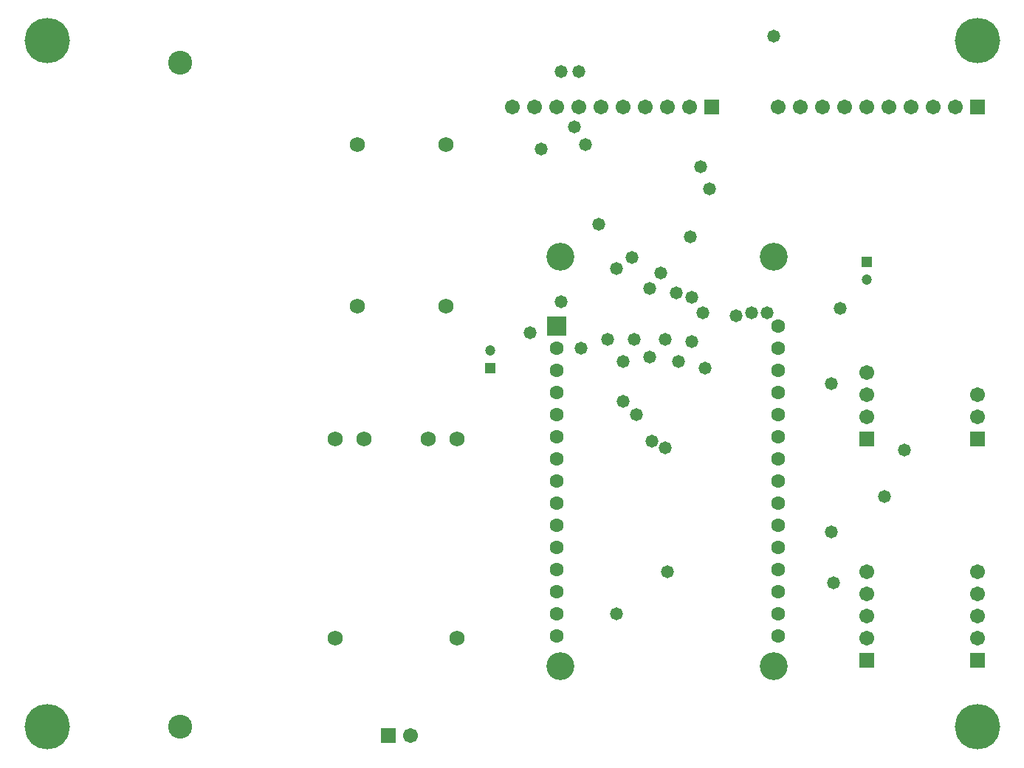
<source format=gbs>
G04*
G04 #@! TF.GenerationSoftware,Altium Limited,Altium Designer,23.3.1 (30)*
G04*
G04 Layer_Color=16711935*
%FSLAX25Y25*%
%MOIN*%
G70*
G04*
G04 #@! TF.SameCoordinates,27A53AFF-B7D0-4960-851C-DE89EC337BCC*
G04*
G04*
G04 #@! TF.FilePolarity,Negative*
G04*
G01*
G75*
%ADD17R,0.08674X0.08674*%
%ADD18C,0.06300*%
%ADD19C,0.12611*%
%ADD20R,0.04724X0.04724*%
%ADD21C,0.04724*%
%ADD22C,0.06706*%
%ADD23R,0.06706X0.06706*%
%ADD24R,0.06706X0.06706*%
%ADD25C,0.10800*%
%ADD26C,0.06800*%
%ADD27C,0.05800*%
%ADD28C,0.20485*%
D17*
X430000Y381000D02*
D03*
D18*
Y371000D02*
D03*
Y361000D02*
D03*
Y351000D02*
D03*
Y341000D02*
D03*
Y331000D02*
D03*
Y321000D02*
D03*
Y311000D02*
D03*
Y301000D02*
D03*
Y291000D02*
D03*
Y281000D02*
D03*
Y271000D02*
D03*
Y261000D02*
D03*
Y251000D02*
D03*
Y241000D02*
D03*
X530000Y381000D02*
D03*
Y371000D02*
D03*
Y361000D02*
D03*
Y351000D02*
D03*
Y341000D02*
D03*
Y331000D02*
D03*
Y321000D02*
D03*
Y311000D02*
D03*
Y301000D02*
D03*
Y291000D02*
D03*
Y281000D02*
D03*
Y271000D02*
D03*
Y261000D02*
D03*
Y251000D02*
D03*
Y241000D02*
D03*
D19*
X431653Y227496D02*
D03*
X528150D02*
D03*
Y412339D02*
D03*
X431653D02*
D03*
D20*
X400000Y362126D02*
D03*
X570000Y410000D02*
D03*
D21*
X400000Y370000D02*
D03*
X570000Y402126D02*
D03*
D22*
X620000Y350000D02*
D03*
Y340000D02*
D03*
X570000Y240000D02*
D03*
Y250000D02*
D03*
Y260000D02*
D03*
Y270000D02*
D03*
Y340000D02*
D03*
Y350000D02*
D03*
Y360000D02*
D03*
X480000Y480000D02*
D03*
X410000D02*
D03*
X420000D02*
D03*
X430000D02*
D03*
X440000D02*
D03*
X450000D02*
D03*
X460000D02*
D03*
X470000D02*
D03*
X490000D02*
D03*
X363953Y196047D02*
D03*
X610000Y480000D02*
D03*
X590000D02*
D03*
X580000D02*
D03*
X570000D02*
D03*
X560000D02*
D03*
X550000D02*
D03*
X540000D02*
D03*
X530000D02*
D03*
X600000D02*
D03*
X620000Y270000D02*
D03*
Y260000D02*
D03*
Y250000D02*
D03*
Y240000D02*
D03*
D23*
Y330000D02*
D03*
X570000Y230000D02*
D03*
Y330000D02*
D03*
X620000Y230000D02*
D03*
D24*
X500000Y480000D02*
D03*
X353953Y196047D02*
D03*
X620000Y480000D02*
D03*
D25*
X260000Y200000D02*
D03*
Y500000D02*
D03*
D26*
X385000Y330000D02*
D03*
X330000D02*
D03*
X343000D02*
D03*
X385000Y240000D02*
D03*
X372000Y330000D02*
D03*
X330000Y240000D02*
D03*
X340000Y390000D02*
D03*
X380000D02*
D03*
X340000Y463000D02*
D03*
X380000D02*
D03*
D27*
X525000Y387000D02*
D03*
X495000Y453000D02*
D03*
X490539Y421500D02*
D03*
X555000Y265000D02*
D03*
X480000Y270000D02*
D03*
X479000Y326000D02*
D03*
X496000Y387000D02*
D03*
X491000Y394000D02*
D03*
X484000Y396000D02*
D03*
X477000Y405000D02*
D03*
X472000Y398000D02*
D03*
X497000Y362000D02*
D03*
X485000Y365000D02*
D03*
X472000Y367000D02*
D03*
X464000Y412000D02*
D03*
X460000Y365000D02*
D03*
X587000Y325000D02*
D03*
X578000Y304000D02*
D03*
X554000Y288000D02*
D03*
Y355000D02*
D03*
X558000Y389000D02*
D03*
X438000Y471000D02*
D03*
X432000Y496000D02*
D03*
X518000Y387000D02*
D03*
X511035Y385964D02*
D03*
X499000Y443000D02*
D03*
X491000Y374000D02*
D03*
X479000Y375000D02*
D03*
X473000Y329000D02*
D03*
X466000Y341000D02*
D03*
X465000Y375000D02*
D03*
X460000Y347000D02*
D03*
X453000Y375000D02*
D03*
X440000Y496000D02*
D03*
X443000Y463000D02*
D03*
X528000Y512000D02*
D03*
X423000Y461000D02*
D03*
X418000Y378000D02*
D03*
X432000Y392000D02*
D03*
X441000Y371000D02*
D03*
X449000Y427000D02*
D03*
X457000Y407000D02*
D03*
Y251000D02*
D03*
D28*
X620000Y200000D02*
D03*
Y510000D02*
D03*
X200000Y200000D02*
D03*
Y510000D02*
D03*
M02*

</source>
